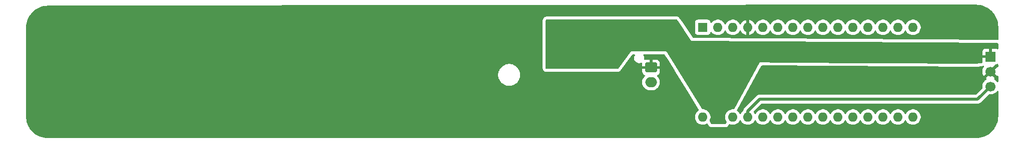
<source format=gbr>
%TF.GenerationSoftware,KiCad,Pcbnew,9.0.1*%
%TF.CreationDate,2025-05-15T18:12:51+02:00*%
%TF.ProjectId,Projet S6,50726f6a-6574-4205-9336-2e6b69636164,rev?*%
%TF.SameCoordinates,Original*%
%TF.FileFunction,Copper,L2,Bot*%
%TF.FilePolarity,Positive*%
%FSLAX46Y46*%
G04 Gerber Fmt 4.6, Leading zero omitted, Abs format (unit mm)*
G04 Created by KiCad (PCBNEW 9.0.1) date 2025-05-15 18:12:51*
%MOMM*%
%LPD*%
G01*
G04 APERTURE LIST*
G04 Aperture macros list*
%AMRoundRect*
0 Rectangle with rounded corners*
0 $1 Rounding radius*
0 $2 $3 $4 $5 $6 $7 $8 $9 X,Y pos of 4 corners*
0 Add a 4 corners polygon primitive as box body*
4,1,4,$2,$3,$4,$5,$6,$7,$8,$9,$2,$3,0*
0 Add four circle primitives for the rounded corners*
1,1,$1+$1,$2,$3*
1,1,$1+$1,$4,$5*
1,1,$1+$1,$6,$7*
1,1,$1+$1,$8,$9*
0 Add four rect primitives between the rounded corners*
20,1,$1+$1,$2,$3,$4,$5,0*
20,1,$1+$1,$4,$5,$6,$7,0*
20,1,$1+$1,$6,$7,$8,$9,0*
20,1,$1+$1,$8,$9,$2,$3,0*%
G04 Aperture macros list end*
%TA.AperFunction,ComponentPad*%
%ADD10R,1.600000X1.600000*%
%TD*%
%TA.AperFunction,ComponentPad*%
%ADD11O,1.600000X1.600000*%
%TD*%
%TA.AperFunction,ComponentPad*%
%ADD12RoundRect,0.250000X-0.750000X0.600000X-0.750000X-0.600000X0.750000X-0.600000X0.750000X0.600000X0*%
%TD*%
%TA.AperFunction,ComponentPad*%
%ADD13O,2.000000X1.700000*%
%TD*%
%TA.AperFunction,ComponentPad*%
%ADD14R,1.700000X1.700000*%
%TD*%
%TA.AperFunction,ComponentPad*%
%ADD15C,1.700000*%
%TD*%
%TA.AperFunction,ViaPad*%
%ADD16C,0.800000*%
%TD*%
%TA.AperFunction,Conductor*%
%ADD17C,0.500000*%
%TD*%
G04 APERTURE END LIST*
D10*
%TO.P,Nucleo2,1,PA9*%
%TO.N,LED 8*%
X193760000Y-59920000D03*
D11*
%TO.P,Nucleo2,2,PA10*%
%TO.N,LED 9*%
X196300000Y-59920000D03*
%TO.P,Nucleo2,3,NRST*%
%TO.N,unconnected-(Nucleo2-NRST-Pad3)*%
X198840000Y-59920000D03*
%TO.P,Nucleo2,4,GND*%
%TO.N,GND*%
X201380000Y-59920000D03*
%TO.P,Nucleo2,5,PA12*%
%TO.N,unconnected-(Nucleo2-PA12-Pad5)*%
X203920000Y-59920000D03*
%TO.P,Nucleo2,6,PB0*%
%TO.N,unconnected-(Nucleo2-PB0-Pad6)*%
X206460000Y-59920000D03*
%TO.P,Nucleo2,7,PB7*%
%TO.N,unconnected-(Nucleo2-PB7-Pad7)*%
X209000000Y-59920000D03*
%TO.P,Nucleo2,8,PA15*%
%TO.N,unconnected-(Nucleo2-PA15-Pad8)*%
X211540000Y-59920000D03*
%TO.P,Nucleo2,9,PB6*%
%TO.N,unconnected-(Nucleo2-PB6-Pad9)*%
X214080000Y-59920000D03*
%TO.P,Nucleo2,10,PF0*%
%TO.N,unconnected-(Nucleo2-PF0-Pad10)*%
X216620000Y-59920000D03*
%TO.P,Nucleo2,11,PF1*%
%TO.N,unconnected-(Nucleo2-PF1-Pad11)*%
X219160000Y-59920000D03*
%TO.P,Nucleo2,12,PA8*%
%TO.N,LED 10*%
X221700000Y-59920000D03*
%TO.P,Nucleo2,13,PA11*%
%TO.N,LED 11*%
X224240000Y-59920000D03*
%TO.P,Nucleo2,14,PB5*%
%TO.N,unconnected-(Nucleo2-PB5-Pad14)*%
X226780000Y-59920000D03*
%TO.P,Nucleo2,15,PB4*%
%TO.N,unconnected-(Nucleo2-PB4-Pad15)*%
X229320000Y-59920000D03*
%TO.P,Nucleo2,16,VIN*%
%TO.N,+7.5V*%
X229320000Y-75160000D03*
%TO.P,Nucleo2,17,GND*%
%TO.N,unconnected-(Nucleo2-GND-Pad17)*%
X226780000Y-75160000D03*
%TO.P,Nucleo2,18,NRST*%
%TO.N,unconnected-(Nucleo2-NRST-Pad18)*%
X224240000Y-75160000D03*
%TO.P,Nucleo2,19,+5V*%
%TO.N,unconnected-(Nucleo2-+5V-Pad19)*%
X221700000Y-75160000D03*
%TO.P,Nucleo2,20,PA2*%
%TO.N,LED 1*%
X219160000Y-75160000D03*
%TO.P,Nucleo2,21,PA7*%
%TO.N,LED 2*%
X216620000Y-75160000D03*
%TO.P,Nucleo2,22,PA6*%
%TO.N,LED 7*%
X214080000Y-75160000D03*
%TO.P,Nucleo2,23,PA5*%
%TO.N,LED 6*%
X211540000Y-75160000D03*
%TO.P,Nucleo2,24,PA4*%
%TO.N,LED 5*%
X209000000Y-75160000D03*
%TO.P,Nucleo2,25,PA3*%
%TO.N,LED 4*%
X206460000Y-75160000D03*
%TO.P,Nucleo2,26,PA1*%
%TO.N,LED 3*%
X203920000Y-75160000D03*
%TO.P,Nucleo2,27,PA0*%
%TO.N,hall senseor*%
X201380000Y-75160000D03*
%TO.P,Nucleo2,28,AVDD*%
%TO.N,unconnected-(Nucleo2-AVDD-Pad28)*%
X198840000Y-75160000D03*
%TO.P,Nucleo2,29,+3V3*%
%TO.N,3v3*%
X196300000Y-75160000D03*
%TO.P,Nucleo2,30,PB3*%
%TO.N,unconnected-(Nucleo2-PB3-Pad30)*%
X193760000Y-75160000D03*
%TD*%
D12*
%TO.P,J101,1,Pin_1*%
%TO.N,GND*%
X185000000Y-66750000D03*
D13*
%TO.P,J101,2,Pin_2*%
%TO.N,batt+*%
X185000000Y-69250000D03*
%TD*%
D14*
%TO.P,J1,1,Pin_1*%
%TO.N,3v3*%
X242420000Y-64890000D03*
D15*
%TO.P,J1,2,Pin_2*%
%TO.N,GND*%
X242420000Y-67430000D03*
%TO.P,J1,3,Pin_3*%
%TO.N,hall senseor*%
X242420000Y-69970000D03*
%TD*%
D16*
%TO.N,GND*%
X81000000Y-76600000D03*
X81400000Y-58600000D03*
X146200000Y-67000000D03*
%TO.N,3v3*%
X169600000Y-61600000D03*
X169000000Y-65800000D03*
%TD*%
D17*
%TO.N,hall senseor*%
X203800000Y-72120000D02*
X203380000Y-72120000D01*
X201380000Y-74120000D02*
X201380000Y-75160000D01*
X203380000Y-72120000D02*
X201380000Y-74120000D01*
X203800000Y-72120000D02*
X240270000Y-72120000D01*
X240270000Y-72120000D02*
X242420000Y-69970000D01*
%TD*%
%TA.AperFunction,Conductor*%
%TO.N,GND*%
G36*
X240003091Y-56079078D02*
G01*
X240361432Y-56096683D01*
X240373540Y-56097875D01*
X240725473Y-56150080D01*
X240737387Y-56152450D01*
X241082519Y-56238901D01*
X241094156Y-56242432D01*
X241206703Y-56282702D01*
X241429133Y-56362289D01*
X241440368Y-56366943D01*
X241761993Y-56519062D01*
X241772722Y-56524796D01*
X241795608Y-56538514D01*
X242077873Y-56707697D01*
X242087991Y-56714458D01*
X242373754Y-56926396D01*
X242383160Y-56934115D01*
X242646777Y-57173044D01*
X242655380Y-57181647D01*
X242803080Y-57344611D01*
X242894300Y-57445257D01*
X242902020Y-57454664D01*
X243113950Y-57740422D01*
X243120711Y-57750540D01*
X243303617Y-58055703D01*
X243309353Y-58066435D01*
X243461462Y-58388045D01*
X243466119Y-58399287D01*
X243493644Y-58476215D01*
X243582301Y-58724000D01*
X243585977Y-58734272D01*
X243589509Y-58745918D01*
X243675951Y-59091027D01*
X243678325Y-59102961D01*
X243730526Y-59454882D01*
X243731719Y-59466992D01*
X243749323Y-59825371D01*
X243749472Y-59831455D01*
X243749475Y-61964591D01*
X243729791Y-62031630D01*
X243676987Y-62077385D01*
X243624532Y-62088587D01*
X192137658Y-61697053D01*
X192070770Y-61676860D01*
X192035428Y-61641841D01*
X190322291Y-59072135D01*
X192459500Y-59072135D01*
X192459500Y-60767870D01*
X192459501Y-60767876D01*
X192465908Y-60827483D01*
X192516202Y-60962328D01*
X192516206Y-60962335D01*
X192602452Y-61077544D01*
X192602455Y-61077547D01*
X192717664Y-61163793D01*
X192717671Y-61163797D01*
X192852517Y-61214091D01*
X192852516Y-61214091D01*
X192859444Y-61214835D01*
X192912127Y-61220500D01*
X194607872Y-61220499D01*
X194667483Y-61214091D01*
X194802331Y-61163796D01*
X194917546Y-61077546D01*
X195003796Y-60962331D01*
X195054091Y-60827483D01*
X195058061Y-60790556D01*
X195084796Y-60726011D01*
X195142188Y-60686161D01*
X195212013Y-60683666D01*
X195272102Y-60719317D01*
X195281667Y-60730929D01*
X195308032Y-60767217D01*
X195452786Y-60911971D01*
X195607749Y-61024556D01*
X195618390Y-61032287D01*
X195707212Y-61077544D01*
X195800776Y-61125218D01*
X195800778Y-61125218D01*
X195800781Y-61125220D01*
X195905137Y-61159127D01*
X195995465Y-61188477D01*
X196096557Y-61204488D01*
X196197648Y-61220500D01*
X196197649Y-61220500D01*
X196402351Y-61220500D01*
X196402352Y-61220500D01*
X196604534Y-61188477D01*
X196799219Y-61125220D01*
X196981610Y-61032287D01*
X197077901Y-60962328D01*
X197147213Y-60911971D01*
X197147215Y-60911968D01*
X197147219Y-60911966D01*
X197291966Y-60767219D01*
X197291968Y-60767215D01*
X197291971Y-60767213D01*
X197412284Y-60601614D01*
X197412286Y-60601611D01*
X197412287Y-60601610D01*
X197459516Y-60508917D01*
X197507489Y-60458123D01*
X197575310Y-60441328D01*
X197641445Y-60463865D01*
X197680485Y-60508919D01*
X197727715Y-60601614D01*
X197848028Y-60767213D01*
X197992786Y-60911971D01*
X198147749Y-61024556D01*
X198158390Y-61032287D01*
X198247212Y-61077544D01*
X198340776Y-61125218D01*
X198340778Y-61125218D01*
X198340781Y-61125220D01*
X198445137Y-61159127D01*
X198535465Y-61188477D01*
X198636557Y-61204488D01*
X198737648Y-61220500D01*
X198737649Y-61220500D01*
X198942351Y-61220500D01*
X198942352Y-61220500D01*
X199144534Y-61188477D01*
X199339219Y-61125220D01*
X199521610Y-61032287D01*
X199617901Y-60962328D01*
X199687213Y-60911971D01*
X199687215Y-60911968D01*
X199687219Y-60911966D01*
X199831966Y-60767219D01*
X199831968Y-60767215D01*
X199831971Y-60767213D01*
X199952284Y-60601614D01*
X199952286Y-60601611D01*
X199952287Y-60601610D01*
X199999795Y-60508369D01*
X200047770Y-60457574D01*
X200115591Y-60440779D01*
X200181725Y-60463316D01*
X200220765Y-60508370D01*
X200268140Y-60601349D01*
X200388417Y-60766894D01*
X200388417Y-60766895D01*
X200533104Y-60911582D01*
X200698650Y-61031859D01*
X200880968Y-61124754D01*
X201075578Y-61187988D01*
X201130000Y-61196607D01*
X201130000Y-60353012D01*
X201187007Y-60385925D01*
X201314174Y-60420000D01*
X201445826Y-60420000D01*
X201572993Y-60385925D01*
X201630000Y-60353012D01*
X201630000Y-61196606D01*
X201684421Y-61187988D01*
X201879031Y-61124754D01*
X202061349Y-61031859D01*
X202226894Y-60911582D01*
X202226895Y-60911582D01*
X202371582Y-60766895D01*
X202371582Y-60766894D01*
X202491861Y-60601347D01*
X202539234Y-60508371D01*
X202587208Y-60457575D01*
X202655028Y-60440779D01*
X202721164Y-60463316D01*
X202760203Y-60508369D01*
X202807713Y-60601611D01*
X202928028Y-60767213D01*
X203072786Y-60911971D01*
X203227749Y-61024556D01*
X203238390Y-61032287D01*
X203327212Y-61077544D01*
X203420776Y-61125218D01*
X203420778Y-61125218D01*
X203420781Y-61125220D01*
X203525137Y-61159127D01*
X203615465Y-61188477D01*
X203716557Y-61204488D01*
X203817648Y-61220500D01*
X203817649Y-61220500D01*
X204022351Y-61220500D01*
X204022352Y-61220500D01*
X204224534Y-61188477D01*
X204419219Y-61125220D01*
X204601610Y-61032287D01*
X204697901Y-60962328D01*
X204767213Y-60911971D01*
X204767215Y-60911968D01*
X204767219Y-60911966D01*
X204911966Y-60767219D01*
X204911968Y-60767215D01*
X204911971Y-60767213D01*
X205032284Y-60601614D01*
X205032286Y-60601611D01*
X205032287Y-60601610D01*
X205079516Y-60508917D01*
X205127489Y-60458123D01*
X205195310Y-60441328D01*
X205261445Y-60463865D01*
X205300485Y-60508919D01*
X205347715Y-60601614D01*
X205468028Y-60767213D01*
X205612786Y-60911971D01*
X205767749Y-61024556D01*
X205778390Y-61032287D01*
X205867212Y-61077544D01*
X205960776Y-61125218D01*
X205960778Y-61125218D01*
X205960781Y-61125220D01*
X206065137Y-61159127D01*
X206155465Y-61188477D01*
X206256557Y-61204488D01*
X206357648Y-61220500D01*
X206357649Y-61220500D01*
X206562351Y-61220500D01*
X206562352Y-61220500D01*
X206764534Y-61188477D01*
X206959219Y-61125220D01*
X207141610Y-61032287D01*
X207237901Y-60962328D01*
X207307213Y-60911971D01*
X207307215Y-60911968D01*
X207307219Y-60911966D01*
X207451966Y-60767219D01*
X207451968Y-60767215D01*
X207451971Y-60767213D01*
X207572284Y-60601614D01*
X207572286Y-60601611D01*
X207572287Y-60601610D01*
X207619516Y-60508917D01*
X207667489Y-60458123D01*
X207735310Y-60441328D01*
X207801445Y-60463865D01*
X207840485Y-60508919D01*
X207887715Y-60601614D01*
X208008028Y-60767213D01*
X208152786Y-60911971D01*
X208307749Y-61024556D01*
X208318390Y-61032287D01*
X208407212Y-61077544D01*
X208500776Y-61125218D01*
X208500778Y-61125218D01*
X208500781Y-61125220D01*
X208605137Y-61159127D01*
X208695465Y-61188477D01*
X208796557Y-61204488D01*
X208897648Y-61220500D01*
X208897649Y-61220500D01*
X209102351Y-61220500D01*
X209102352Y-61220500D01*
X209304534Y-61188477D01*
X209499219Y-61125220D01*
X209681610Y-61032287D01*
X209777901Y-60962328D01*
X209847213Y-60911971D01*
X209847215Y-60911968D01*
X209847219Y-60911966D01*
X209991966Y-60767219D01*
X209991968Y-60767215D01*
X209991971Y-60767213D01*
X210112284Y-60601614D01*
X210112286Y-60601611D01*
X210112287Y-60601610D01*
X210159516Y-60508917D01*
X210207489Y-60458123D01*
X210275310Y-60441328D01*
X210341445Y-60463865D01*
X210380485Y-60508919D01*
X210427715Y-60601614D01*
X210548028Y-60767213D01*
X210692786Y-60911971D01*
X210847749Y-61024556D01*
X210858390Y-61032287D01*
X210947212Y-61077544D01*
X211040776Y-61125218D01*
X211040778Y-61125218D01*
X211040781Y-61125220D01*
X211145137Y-61159127D01*
X211235465Y-61188477D01*
X211336557Y-61204488D01*
X211437648Y-61220500D01*
X211437649Y-61220500D01*
X211642351Y-61220500D01*
X211642352Y-61220500D01*
X211844534Y-61188477D01*
X212039219Y-61125220D01*
X212221610Y-61032287D01*
X212317901Y-60962328D01*
X212387213Y-60911971D01*
X212387215Y-60911968D01*
X212387219Y-60911966D01*
X212531966Y-60767219D01*
X212531968Y-60767215D01*
X212531971Y-60767213D01*
X212652284Y-60601614D01*
X212652286Y-60601611D01*
X212652287Y-60601610D01*
X212699516Y-60508917D01*
X212747489Y-60458123D01*
X212815310Y-60441328D01*
X212881445Y-60463865D01*
X212920485Y-60508919D01*
X212967715Y-60601614D01*
X213088028Y-60767213D01*
X213232786Y-60911971D01*
X213387749Y-61024556D01*
X213398390Y-61032287D01*
X213487212Y-61077544D01*
X213580776Y-61125218D01*
X213580778Y-61125218D01*
X213580781Y-61125220D01*
X213685137Y-61159127D01*
X213775465Y-61188477D01*
X213876557Y-61204488D01*
X213977648Y-61220500D01*
X213977649Y-61220500D01*
X214182351Y-61220500D01*
X214182352Y-61220500D01*
X214384534Y-61188477D01*
X214579219Y-61125220D01*
X214761610Y-61032287D01*
X214857901Y-60962328D01*
X214927213Y-60911971D01*
X214927215Y-60911968D01*
X214927219Y-60911966D01*
X215071966Y-60767219D01*
X215071968Y-60767215D01*
X215071971Y-60767213D01*
X215192284Y-60601614D01*
X215192286Y-60601611D01*
X215192287Y-60601610D01*
X215239516Y-60508917D01*
X215287489Y-60458123D01*
X215355310Y-60441328D01*
X215421445Y-60463865D01*
X215460485Y-60508919D01*
X215507715Y-60601614D01*
X215628028Y-60767213D01*
X215772786Y-60911971D01*
X215927749Y-61024556D01*
X215938390Y-61032287D01*
X216027212Y-61077544D01*
X216120776Y-61125218D01*
X216120778Y-61125218D01*
X216120781Y-61125220D01*
X216225137Y-61159127D01*
X216315465Y-61188477D01*
X216416557Y-61204488D01*
X216517648Y-61220500D01*
X216517649Y-61220500D01*
X216722351Y-61220500D01*
X216722352Y-61220500D01*
X216924534Y-61188477D01*
X217119219Y-61125220D01*
X217301610Y-61032287D01*
X217397901Y-60962328D01*
X217467213Y-60911971D01*
X217467215Y-60911968D01*
X217467219Y-60911966D01*
X217611966Y-60767219D01*
X217611968Y-60767215D01*
X217611971Y-60767213D01*
X217732284Y-60601614D01*
X217732286Y-60601611D01*
X217732287Y-60601610D01*
X217779516Y-60508917D01*
X217827489Y-60458123D01*
X217895310Y-60441328D01*
X217961445Y-60463865D01*
X218000485Y-60508919D01*
X218047715Y-60601614D01*
X218168028Y-60767213D01*
X218312786Y-60911971D01*
X218467749Y-61024556D01*
X218478390Y-61032287D01*
X218567212Y-61077544D01*
X218660776Y-61125218D01*
X218660778Y-61125218D01*
X218660781Y-61125220D01*
X218765137Y-61159127D01*
X218855465Y-61188477D01*
X218956557Y-61204488D01*
X219057648Y-61220500D01*
X219057649Y-61220500D01*
X219262351Y-61220500D01*
X219262352Y-61220500D01*
X219464534Y-61188477D01*
X219659219Y-61125220D01*
X219841610Y-61032287D01*
X219937901Y-60962328D01*
X220007213Y-60911971D01*
X220007215Y-60911968D01*
X220007219Y-60911966D01*
X220151966Y-60767219D01*
X220151968Y-60767215D01*
X220151971Y-60767213D01*
X220272284Y-60601614D01*
X220272286Y-60601611D01*
X220272287Y-60601610D01*
X220319516Y-60508917D01*
X220367489Y-60458123D01*
X220435310Y-60441328D01*
X220501445Y-60463865D01*
X220540485Y-60508919D01*
X220587715Y-60601614D01*
X220708028Y-60767213D01*
X220852786Y-60911971D01*
X221007749Y-61024556D01*
X221018390Y-61032287D01*
X221107212Y-61077544D01*
X221200776Y-61125218D01*
X221200778Y-61125218D01*
X221200781Y-61125220D01*
X221305137Y-61159127D01*
X221395465Y-61188477D01*
X221496557Y-61204488D01*
X221597648Y-61220500D01*
X221597649Y-61220500D01*
X221802351Y-61220500D01*
X221802352Y-61220500D01*
X222004534Y-61188477D01*
X222199219Y-61125220D01*
X222381610Y-61032287D01*
X222477901Y-60962328D01*
X222547213Y-60911971D01*
X222547215Y-60911968D01*
X222547219Y-60911966D01*
X222691966Y-60767219D01*
X222691968Y-60767215D01*
X222691971Y-60767213D01*
X222812284Y-60601614D01*
X222812286Y-60601611D01*
X222812287Y-60601610D01*
X222859516Y-60508917D01*
X222907489Y-60458123D01*
X222975310Y-60441328D01*
X223041445Y-60463865D01*
X223080485Y-60508919D01*
X223127715Y-60601614D01*
X223248028Y-60767213D01*
X223392786Y-60911971D01*
X223547749Y-61024556D01*
X223558390Y-61032287D01*
X223647212Y-61077544D01*
X223740776Y-61125218D01*
X223740778Y-61125218D01*
X223740781Y-61125220D01*
X223845137Y-61159127D01*
X223935465Y-61188477D01*
X224036557Y-61204488D01*
X224137648Y-61220500D01*
X224137649Y-61220500D01*
X224342351Y-61220500D01*
X224342352Y-61220500D01*
X224544534Y-61188477D01*
X224739219Y-61125220D01*
X224921610Y-61032287D01*
X225017901Y-60962328D01*
X225087213Y-60911971D01*
X225087215Y-60911968D01*
X225087219Y-60911966D01*
X225231966Y-60767219D01*
X225231968Y-60767215D01*
X225231971Y-60767213D01*
X225352284Y-60601614D01*
X225352286Y-60601611D01*
X225352287Y-60601610D01*
X225399516Y-60508917D01*
X225447489Y-60458123D01*
X225515310Y-60441328D01*
X225581445Y-60463865D01*
X225620485Y-60508919D01*
X225667715Y-60601614D01*
X225788028Y-60767213D01*
X225932786Y-60911971D01*
X226087749Y-61024556D01*
X226098390Y-61032287D01*
X226187212Y-61077544D01*
X226280776Y-61125218D01*
X226280778Y-61125218D01*
X226280781Y-61125220D01*
X226385137Y-61159127D01*
X226475465Y-61188477D01*
X226576557Y-61204488D01*
X226677648Y-61220500D01*
X226677649Y-61220500D01*
X226882351Y-61220500D01*
X226882352Y-61220500D01*
X227084534Y-61188477D01*
X227279219Y-61125220D01*
X227461610Y-61032287D01*
X227557901Y-60962328D01*
X227627213Y-60911971D01*
X227627215Y-60911968D01*
X227627219Y-60911966D01*
X227771966Y-60767219D01*
X227771968Y-60767215D01*
X227771971Y-60767213D01*
X227892284Y-60601614D01*
X227892286Y-60601611D01*
X227892287Y-60601610D01*
X227939516Y-60508917D01*
X227987489Y-60458123D01*
X228055310Y-60441328D01*
X228121445Y-60463865D01*
X228160485Y-60508919D01*
X228207715Y-60601614D01*
X228328028Y-60767213D01*
X228472786Y-60911971D01*
X228627749Y-61024556D01*
X228638390Y-61032287D01*
X228727212Y-61077544D01*
X228820776Y-61125218D01*
X228820778Y-61125218D01*
X228820781Y-61125220D01*
X228925137Y-61159127D01*
X229015465Y-61188477D01*
X229116557Y-61204488D01*
X229217648Y-61220500D01*
X229217649Y-61220500D01*
X229422351Y-61220500D01*
X229422352Y-61220500D01*
X229624534Y-61188477D01*
X229819219Y-61125220D01*
X230001610Y-61032287D01*
X230097901Y-60962328D01*
X230167213Y-60911971D01*
X230167215Y-60911968D01*
X230167219Y-60911966D01*
X230311966Y-60767219D01*
X230311968Y-60767215D01*
X230311971Y-60767213D01*
X230372670Y-60683666D01*
X230432287Y-60601610D01*
X230525220Y-60419219D01*
X230588477Y-60224534D01*
X230620500Y-60022352D01*
X230620500Y-59817648D01*
X230588477Y-59615466D01*
X230587673Y-59612993D01*
X230525218Y-59420776D01*
X230447633Y-59268509D01*
X230432287Y-59238390D01*
X230424556Y-59227749D01*
X230311971Y-59072786D01*
X230167213Y-58928028D01*
X230001613Y-58807715D01*
X230001612Y-58807714D01*
X230001610Y-58807713D01*
X229944653Y-58778691D01*
X229819223Y-58714781D01*
X229624534Y-58651522D01*
X229449995Y-58623878D01*
X229422352Y-58619500D01*
X229217648Y-58619500D01*
X229193329Y-58623351D01*
X229015465Y-58651522D01*
X228820776Y-58714781D01*
X228638386Y-58807715D01*
X228472786Y-58928028D01*
X228328028Y-59072786D01*
X228207715Y-59238386D01*
X228160485Y-59331080D01*
X228112510Y-59381876D01*
X228044689Y-59398671D01*
X227978554Y-59376134D01*
X227939515Y-59331080D01*
X227907633Y-59268509D01*
X227892287Y-59238390D01*
X227884556Y-59227749D01*
X227771971Y-59072786D01*
X227627213Y-58928028D01*
X227461613Y-58807715D01*
X227461612Y-58807714D01*
X227461610Y-58807713D01*
X227404653Y-58778691D01*
X227279223Y-58714781D01*
X227084534Y-58651522D01*
X226909995Y-58623878D01*
X226882352Y-58619500D01*
X226677648Y-58619500D01*
X226653329Y-58623351D01*
X226475465Y-58651522D01*
X226280776Y-58714781D01*
X226098386Y-58807715D01*
X225932786Y-58928028D01*
X225788028Y-59072786D01*
X225667715Y-59238386D01*
X225620485Y-59331080D01*
X225572510Y-59381876D01*
X225504689Y-59398671D01*
X225438554Y-59376134D01*
X225399515Y-59331080D01*
X225367633Y-59268509D01*
X225352287Y-59238390D01*
X225344556Y-59227749D01*
X225231971Y-59072786D01*
X225087213Y-58928028D01*
X224921613Y-58807715D01*
X224921612Y-58807714D01*
X224921610Y-58807713D01*
X224864653Y-58778691D01*
X224739223Y-58714781D01*
X224544534Y-58651522D01*
X224369995Y-58623878D01*
X224342352Y-58619500D01*
X224137648Y-58619500D01*
X224113329Y-58623351D01*
X223935465Y-58651522D01*
X223740776Y-58714781D01*
X223558386Y-58807715D01*
X223392786Y-58928028D01*
X223248028Y-59072786D01*
X223127715Y-59238386D01*
X223080485Y-59331080D01*
X223032510Y-59381876D01*
X222964689Y-59398671D01*
X222898554Y-59376134D01*
X222859515Y-59331080D01*
X222827633Y-59268509D01*
X222812287Y-59238390D01*
X222804556Y-59227749D01*
X222691971Y-59072786D01*
X222547213Y-58928028D01*
X222381613Y-58807715D01*
X222381612Y-58807714D01*
X222381610Y-58807713D01*
X222324653Y-58778691D01*
X222199223Y-58714781D01*
X222004534Y-58651522D01*
X221829995Y-58623878D01*
X221802352Y-58619500D01*
X221597648Y-58619500D01*
X221573329Y-58623351D01*
X221395465Y-58651522D01*
X221200776Y-58714781D01*
X221018386Y-58807715D01*
X220852786Y-58928028D01*
X220708028Y-59072786D01*
X220587715Y-59238386D01*
X220540485Y-59331080D01*
X220492510Y-59381876D01*
X220424689Y-59398671D01*
X220358554Y-59376134D01*
X220319515Y-59331080D01*
X220287633Y-59268509D01*
X220272287Y-59238390D01*
X220264556Y-59227749D01*
X220151971Y-59072786D01*
X220007213Y-58928028D01*
X219841613Y-58807715D01*
X219841612Y-58807714D01*
X219841610Y-58807713D01*
X219784653Y-58778691D01*
X219659223Y-58714781D01*
X219464534Y-58651522D01*
X219289995Y-58623878D01*
X219262352Y-58619500D01*
X219057648Y-58619500D01*
X219033329Y-58623351D01*
X218855465Y-58651522D01*
X218660776Y-58714781D01*
X218478386Y-58807715D01*
X218312786Y-58928028D01*
X218168028Y-59072786D01*
X218047715Y-59238386D01*
X218000485Y-59331080D01*
X217952510Y-59381876D01*
X217884689Y-59398671D01*
X217818554Y-59376134D01*
X217779515Y-59331080D01*
X217747633Y-59268509D01*
X217732287Y-59238390D01*
X217724556Y-59227749D01*
X217611971Y-59072786D01*
X217467213Y-58928028D01*
X217301613Y-58807715D01*
X217301612Y-58807714D01*
X217301610Y-58807713D01*
X217244653Y-58778691D01*
X217119223Y-58714781D01*
X216924534Y-58651522D01*
X216749995Y-58623878D01*
X216722352Y-58619500D01*
X216517648Y-58619500D01*
X216493329Y-58623351D01*
X216315465Y-58651522D01*
X216120776Y-58714781D01*
X215938386Y-58807715D01*
X215772786Y-58928028D01*
X215628028Y-59072786D01*
X215507715Y-59238386D01*
X215460485Y-59331080D01*
X215412510Y-59381876D01*
X215344689Y-59398671D01*
X215278554Y-59376134D01*
X215239515Y-59331080D01*
X215207633Y-59268509D01*
X215192287Y-59238390D01*
X215184556Y-59227749D01*
X215071971Y-59072786D01*
X214927213Y-58928028D01*
X214761613Y-58807715D01*
X214761612Y-58807714D01*
X214761610Y-58807713D01*
X214704653Y-58778691D01*
X214579223Y-58714781D01*
X214384534Y-58651522D01*
X214209995Y-58623878D01*
X214182352Y-58619500D01*
X213977648Y-58619500D01*
X213953329Y-58623351D01*
X213775465Y-58651522D01*
X213580776Y-58714781D01*
X213398386Y-58807715D01*
X213232786Y-58928028D01*
X213088028Y-59072786D01*
X212967715Y-59238386D01*
X212920485Y-59331080D01*
X212872510Y-59381876D01*
X212804689Y-59398671D01*
X212738554Y-59376134D01*
X212699515Y-59331080D01*
X212667633Y-59268509D01*
X212652287Y-59238390D01*
X212644556Y-59227749D01*
X212531971Y-59072786D01*
X212387213Y-58928028D01*
X212221613Y-58807715D01*
X212221612Y-58807714D01*
X212221610Y-58807713D01*
X212164653Y-58778691D01*
X212039223Y-58714781D01*
X211844534Y-58651522D01*
X211669995Y-58623878D01*
X211642352Y-58619500D01*
X211437648Y-58619500D01*
X211413329Y-58623351D01*
X211235465Y-58651522D01*
X211040776Y-58714781D01*
X210858386Y-58807715D01*
X210692786Y-58928028D01*
X210548028Y-59072786D01*
X210427715Y-59238386D01*
X210380485Y-59331080D01*
X210332510Y-59381876D01*
X210264689Y-59398671D01*
X210198554Y-59376134D01*
X210159515Y-59331080D01*
X210127633Y-59268509D01*
X210112287Y-59238390D01*
X210104556Y-59227749D01*
X209991971Y-59072786D01*
X209847213Y-58928028D01*
X209681613Y-58807715D01*
X209681612Y-58807714D01*
X209681610Y-58807713D01*
X209624653Y-58778691D01*
X209499223Y-58714781D01*
X209304534Y-58651522D01*
X209129995Y-58623878D01*
X209102352Y-58619500D01*
X208897648Y-58619500D01*
X208873329Y-58623351D01*
X208695465Y-58651522D01*
X208500776Y-58714781D01*
X208318386Y-58807715D01*
X208152786Y-58928028D01*
X208008028Y-59072786D01*
X207887715Y-59238386D01*
X207840485Y-59331080D01*
X207792510Y-59381876D01*
X207724689Y-59398671D01*
X207658554Y-59376134D01*
X207619515Y-59331080D01*
X207587633Y-59268509D01*
X207572287Y-59238390D01*
X207564556Y-59227749D01*
X207451971Y-59072786D01*
X207307213Y-58928028D01*
X207141613Y-58807715D01*
X207141612Y-58807714D01*
X207141610Y-58807713D01*
X207084653Y-58778691D01*
X206959223Y-58714781D01*
X206764534Y-58651522D01*
X206589995Y-58623878D01*
X206562352Y-58619500D01*
X206357648Y-58619500D01*
X206333329Y-58623351D01*
X206155465Y-58651522D01*
X205960776Y-58714781D01*
X205778386Y-58807715D01*
X205612786Y-58928028D01*
X205468028Y-59072786D01*
X205347715Y-59238386D01*
X205300485Y-59331080D01*
X205252510Y-59381876D01*
X205184689Y-59398671D01*
X205118554Y-59376134D01*
X205079515Y-59331080D01*
X205047633Y-59268509D01*
X205032287Y-59238390D01*
X205024556Y-59227749D01*
X204911971Y-59072786D01*
X204767213Y-58928028D01*
X204601613Y-58807715D01*
X204601612Y-58807714D01*
X204601610Y-58807713D01*
X204544653Y-58778691D01*
X204419223Y-58714781D01*
X204224534Y-58651522D01*
X204049995Y-58623878D01*
X204022352Y-58619500D01*
X203817648Y-58619500D01*
X203793329Y-58623351D01*
X203615465Y-58651522D01*
X203420776Y-58714781D01*
X203238386Y-58807715D01*
X203072786Y-58928028D01*
X202928028Y-59072786D01*
X202807713Y-59238388D01*
X202760203Y-59331630D01*
X202712228Y-59382426D01*
X202644407Y-59399220D01*
X202578272Y-59376682D01*
X202539234Y-59331628D01*
X202491861Y-59238652D01*
X202371582Y-59073105D01*
X202371582Y-59073104D01*
X202226895Y-58928417D01*
X202061349Y-58808140D01*
X201879029Y-58715244D01*
X201684413Y-58652009D01*
X201630000Y-58643390D01*
X201630000Y-59486988D01*
X201572993Y-59454075D01*
X201445826Y-59420000D01*
X201314174Y-59420000D01*
X201187007Y-59454075D01*
X201130000Y-59486988D01*
X201130000Y-58643390D01*
X201075586Y-58652009D01*
X200880970Y-58715244D01*
X200698650Y-58808140D01*
X200533105Y-58928417D01*
X200533104Y-58928417D01*
X200388417Y-59073104D01*
X200388417Y-59073105D01*
X200268140Y-59238650D01*
X200220765Y-59331629D01*
X200172790Y-59382425D01*
X200104969Y-59399220D01*
X200038834Y-59376682D01*
X199999795Y-59331629D01*
X199967633Y-59268509D01*
X199952287Y-59238390D01*
X199944556Y-59227749D01*
X199831971Y-59072786D01*
X199687213Y-58928028D01*
X199521613Y-58807715D01*
X199521612Y-58807714D01*
X199521610Y-58807713D01*
X199464653Y-58778691D01*
X199339223Y-58714781D01*
X199144534Y-58651522D01*
X198969995Y-58623878D01*
X198942352Y-58619500D01*
X198737648Y-58619500D01*
X198713329Y-58623351D01*
X198535465Y-58651522D01*
X198340776Y-58714781D01*
X198158386Y-58807715D01*
X197992786Y-58928028D01*
X197848028Y-59072786D01*
X197727715Y-59238386D01*
X197680485Y-59331080D01*
X197632510Y-59381876D01*
X197564689Y-59398671D01*
X197498554Y-59376134D01*
X197459515Y-59331080D01*
X197427633Y-59268509D01*
X197412287Y-59238390D01*
X197404556Y-59227749D01*
X197291971Y-59072786D01*
X197147213Y-58928028D01*
X196981613Y-58807715D01*
X196981612Y-58807714D01*
X196981610Y-58807713D01*
X196924653Y-58778691D01*
X196799223Y-58714781D01*
X196604534Y-58651522D01*
X196429995Y-58623878D01*
X196402352Y-58619500D01*
X196197648Y-58619500D01*
X196173329Y-58623351D01*
X195995465Y-58651522D01*
X195800776Y-58714781D01*
X195618386Y-58807715D01*
X195452786Y-58928028D01*
X195308032Y-59072782D01*
X195281668Y-59109070D01*
X195226338Y-59151735D01*
X195156724Y-59157714D01*
X195094929Y-59125108D01*
X195060572Y-59064269D01*
X195058060Y-59049438D01*
X195057640Y-59045533D01*
X195054091Y-59012517D01*
X195003796Y-58877669D01*
X195003795Y-58877668D01*
X195003793Y-58877664D01*
X194917547Y-58762455D01*
X194917544Y-58762452D01*
X194802335Y-58676206D01*
X194802328Y-58676202D01*
X194667482Y-58625908D01*
X194667483Y-58625908D01*
X194607883Y-58619501D01*
X194607881Y-58619500D01*
X194607873Y-58619500D01*
X194607864Y-58619500D01*
X192912129Y-58619500D01*
X192912123Y-58619501D01*
X192852516Y-58625908D01*
X192717671Y-58676202D01*
X192717664Y-58676206D01*
X192602455Y-58762452D01*
X192602452Y-58762455D01*
X192516206Y-58877664D01*
X192516202Y-58877671D01*
X192465908Y-59012517D01*
X192459501Y-59072116D01*
X192459500Y-59072135D01*
X190322291Y-59072135D01*
X189857412Y-58374816D01*
X189791233Y-58294780D01*
X189791221Y-58294768D01*
X189755104Y-58259253D01*
X189755098Y-58259248D01*
X189673973Y-58194433D01*
X189673971Y-58194432D01*
X189543099Y-58134663D01*
X189476054Y-58114976D01*
X189413984Y-58106052D01*
X189333637Y-58094500D01*
X167324000Y-58094500D01*
X167323991Y-58094500D01*
X167323990Y-58094501D01*
X167216549Y-58106052D01*
X167216537Y-58106054D01*
X167165027Y-58117260D01*
X167062502Y-58151383D01*
X167062496Y-58151386D01*
X166941462Y-58229171D01*
X166941451Y-58229179D01*
X166888659Y-58274923D01*
X166794433Y-58383664D01*
X166794430Y-58383668D01*
X166734664Y-58514534D01*
X166714976Y-58581582D01*
X166709524Y-58619501D01*
X166694500Y-58724000D01*
X166694500Y-64134500D01*
X166694500Y-66876000D01*
X166694501Y-66876009D01*
X166706052Y-66983450D01*
X166706054Y-66983462D01*
X166717260Y-67034972D01*
X166751383Y-67137497D01*
X166751386Y-67137503D01*
X166829171Y-67258537D01*
X166829179Y-67258548D01*
X166874923Y-67311340D01*
X166874926Y-67311343D01*
X166874930Y-67311347D01*
X166983664Y-67405567D01*
X167114541Y-67465338D01*
X167181580Y-67485023D01*
X167181584Y-67485024D01*
X167324000Y-67505500D01*
X167324003Y-67505500D01*
X179337161Y-67505500D01*
X179337165Y-67505500D01*
X179429370Y-67497020D01*
X179473846Y-67488769D01*
X179562952Y-67463614D01*
X179688547Y-67393419D01*
X179744065Y-67350999D01*
X179844797Y-67248263D01*
X181818997Y-64556170D01*
X181874515Y-64513751D01*
X181918991Y-64505500D01*
X182175766Y-64505500D01*
X182242805Y-64525185D01*
X182288560Y-64577989D01*
X182298504Y-64647147D01*
X182278869Y-64698390D01*
X182246295Y-64747140D01*
X182182184Y-64901917D01*
X182182182Y-64901925D01*
X182149500Y-65066228D01*
X182149500Y-65233771D01*
X182182182Y-65398074D01*
X182182184Y-65398082D01*
X182246295Y-65552860D01*
X182339373Y-65692162D01*
X182457837Y-65810626D01*
X182550494Y-65872537D01*
X182597137Y-65903703D01*
X182751918Y-65967816D01*
X182916228Y-66000499D01*
X182916232Y-66000500D01*
X182916233Y-66000500D01*
X183083768Y-66000500D01*
X183083769Y-66000499D01*
X183248082Y-65967816D01*
X183333313Y-65932511D01*
X183402778Y-65925043D01*
X183465258Y-65956317D01*
X183500911Y-66016406D01*
X183504121Y-66059674D01*
X183500000Y-66100008D01*
X183500000Y-66500000D01*
X184566988Y-66500000D01*
X184534075Y-66557007D01*
X184500000Y-66684174D01*
X184500000Y-66815826D01*
X184534075Y-66942993D01*
X184566988Y-67000000D01*
X183500001Y-67000000D01*
X183500001Y-67399979D01*
X183510494Y-67502697D01*
X183565641Y-67669119D01*
X183565643Y-67669124D01*
X183657684Y-67818345D01*
X183781654Y-67942315D01*
X183936484Y-68037815D01*
X183983208Y-68089763D01*
X183994431Y-68158726D01*
X183966587Y-68222808D01*
X183959069Y-68231035D01*
X183819889Y-68370215D01*
X183694951Y-68542179D01*
X183598444Y-68731585D01*
X183532753Y-68933760D01*
X183503154Y-69120643D01*
X183499500Y-69143713D01*
X183499500Y-69356287D01*
X183532754Y-69566243D01*
X183564265Y-69663224D01*
X183598444Y-69768414D01*
X183694951Y-69957820D01*
X183819890Y-70129786D01*
X183970213Y-70280109D01*
X184142179Y-70405048D01*
X184142181Y-70405049D01*
X184142184Y-70405051D01*
X184331588Y-70501557D01*
X184533757Y-70567246D01*
X184743713Y-70600500D01*
X184743714Y-70600500D01*
X185256286Y-70600500D01*
X185256287Y-70600500D01*
X185466243Y-70567246D01*
X185668412Y-70501557D01*
X185857816Y-70405051D01*
X185879789Y-70389086D01*
X186029786Y-70280109D01*
X186029788Y-70280106D01*
X186029792Y-70280104D01*
X186180104Y-70129792D01*
X186180106Y-70129788D01*
X186180109Y-70129786D01*
X186305048Y-69957820D01*
X186305047Y-69957820D01*
X186305051Y-69957816D01*
X186401557Y-69768412D01*
X186467246Y-69566243D01*
X186500500Y-69356287D01*
X186500500Y-69143713D01*
X186467246Y-68933757D01*
X186401557Y-68731588D01*
X186305051Y-68542184D01*
X186305049Y-68542181D01*
X186305048Y-68542179D01*
X186180109Y-68370213D01*
X186040931Y-68231035D01*
X186007446Y-68169712D01*
X186012430Y-68100020D01*
X186054302Y-68044087D01*
X186063516Y-68037815D01*
X186218343Y-67942317D01*
X186342315Y-67818345D01*
X186434356Y-67669124D01*
X186434358Y-67669119D01*
X186489505Y-67502697D01*
X186489506Y-67502690D01*
X186500000Y-67399979D01*
X186500000Y-67000000D01*
X185433012Y-67000000D01*
X185465925Y-66942993D01*
X185500000Y-66815826D01*
X185500000Y-66684174D01*
X185465925Y-66557007D01*
X185433012Y-66500000D01*
X186499999Y-66500000D01*
X186499999Y-66100028D01*
X186499998Y-66100013D01*
X186489505Y-65997302D01*
X186434358Y-65830880D01*
X186434356Y-65830875D01*
X186342315Y-65681654D01*
X186218345Y-65557684D01*
X186069124Y-65465643D01*
X186069119Y-65465641D01*
X185902697Y-65410494D01*
X185902690Y-65410493D01*
X185799986Y-65400000D01*
X185250000Y-65400000D01*
X185250000Y-66316988D01*
X185192993Y-66284075D01*
X185065826Y-66250000D01*
X184934174Y-66250000D01*
X184807007Y-66284075D01*
X184750000Y-66316988D01*
X184750000Y-65400000D01*
X184200028Y-65400000D01*
X184200012Y-65400001D01*
X184097302Y-65410494D01*
X183997623Y-65443525D01*
X183927795Y-65445927D01*
X183867753Y-65410195D01*
X183836560Y-65347675D01*
X183837002Y-65301628D01*
X183850499Y-65233770D01*
X183850500Y-65233768D01*
X183850500Y-65066232D01*
X183850499Y-65066228D01*
X183817817Y-64901925D01*
X183817816Y-64901918D01*
X183753703Y-64747137D01*
X183721130Y-64698389D01*
X183700254Y-64631713D01*
X183718739Y-64564333D01*
X183770718Y-64517643D01*
X183824234Y-64505500D01*
X187243584Y-64505500D01*
X187310623Y-64525185D01*
X187349912Y-64565702D01*
X187889877Y-65465643D01*
X188966002Y-67259186D01*
X188968077Y-67262615D01*
X188968886Y-67263939D01*
X188968998Y-67264122D01*
X188970999Y-67267374D01*
X188971097Y-67267533D01*
X191535048Y-71398342D01*
X193082539Y-73891523D01*
X193087268Y-73899141D01*
X193105898Y-73966481D01*
X193085163Y-74033203D01*
X193054798Y-74064852D01*
X192912787Y-74168028D01*
X192912782Y-74168032D01*
X192768028Y-74312786D01*
X192647715Y-74478386D01*
X192554781Y-74660776D01*
X192491522Y-74855465D01*
X192459500Y-75057648D01*
X192459500Y-75262351D01*
X192491522Y-75464534D01*
X192554781Y-75659223D01*
X192647715Y-75841613D01*
X192768028Y-76007213D01*
X192912786Y-76151971D01*
X192996618Y-76212877D01*
X193078390Y-76272287D01*
X193178295Y-76323191D01*
X193260776Y-76365218D01*
X193260778Y-76365218D01*
X193260781Y-76365220D01*
X193365137Y-76399127D01*
X193455465Y-76428477D01*
X193530554Y-76440370D01*
X193657648Y-76460500D01*
X193657649Y-76460500D01*
X193862351Y-76460500D01*
X193862352Y-76460500D01*
X194064534Y-76428477D01*
X194259219Y-76365220D01*
X194430202Y-76278099D01*
X194498870Y-76265203D01*
X194563610Y-76291479D01*
X194591847Y-76323186D01*
X194768613Y-76607975D01*
X194768615Y-76607978D01*
X194768618Y-76607982D01*
X194837867Y-76696018D01*
X194875064Y-76733802D01*
X194876186Y-76734942D01*
X194963125Y-76805567D01*
X195094002Y-76865338D01*
X195161041Y-76885023D01*
X195161045Y-76885024D01*
X195303461Y-76905500D01*
X195303464Y-76905500D01*
X197527022Y-76905500D01*
X197527025Y-76905500D01*
X197650288Y-76890241D01*
X197708936Y-76875495D01*
X197824757Y-76830640D01*
X197940552Y-76745241D01*
X197990309Y-76696190D01*
X198077354Y-76581628D01*
X198171039Y-76412932D01*
X198220796Y-76363882D01*
X198289173Y-76349518D01*
X198335740Y-76362652D01*
X198340774Y-76365217D01*
X198340777Y-76365217D01*
X198340781Y-76365220D01*
X198475245Y-76408910D01*
X198535465Y-76428477D01*
X198610554Y-76440370D01*
X198737648Y-76460500D01*
X198737649Y-76460500D01*
X198942351Y-76460500D01*
X198942352Y-76460500D01*
X199144534Y-76428477D01*
X199339219Y-76365220D01*
X199521610Y-76272287D01*
X199614590Y-76204732D01*
X199687213Y-76151971D01*
X199687215Y-76151968D01*
X199687219Y-76151966D01*
X199831966Y-76007219D01*
X199831968Y-76007215D01*
X199831971Y-76007213D01*
X199952284Y-75841614D01*
X199952285Y-75841613D01*
X199952287Y-75841610D01*
X199999516Y-75748917D01*
X200047489Y-75698123D01*
X200115310Y-75681328D01*
X200181445Y-75703865D01*
X200220485Y-75748919D01*
X200267715Y-75841614D01*
X200388028Y-76007213D01*
X200532786Y-76151971D01*
X200616618Y-76212877D01*
X200698390Y-76272287D01*
X200798295Y-76323191D01*
X200880776Y-76365218D01*
X200880778Y-76365218D01*
X200880781Y-76365220D01*
X200985137Y-76399127D01*
X201075465Y-76428477D01*
X201150554Y-76440370D01*
X201277648Y-76460500D01*
X201277649Y-76460500D01*
X201482351Y-76460500D01*
X201482352Y-76460500D01*
X201684534Y-76428477D01*
X201879219Y-76365220D01*
X202061610Y-76272287D01*
X202154590Y-76204732D01*
X202227213Y-76151971D01*
X202227215Y-76151968D01*
X202227219Y-76151966D01*
X202371966Y-76007219D01*
X202371968Y-76007215D01*
X202371971Y-76007213D01*
X202492284Y-75841614D01*
X202492285Y-75841613D01*
X202492287Y-75841610D01*
X202539516Y-75748917D01*
X202587489Y-75698123D01*
X202655310Y-75681328D01*
X202721445Y-75703865D01*
X202760485Y-75748919D01*
X202807715Y-75841614D01*
X202928028Y-76007213D01*
X203072786Y-76151971D01*
X203156618Y-76212877D01*
X203238390Y-76272287D01*
X203338295Y-76323191D01*
X203420776Y-76365218D01*
X203420778Y-76365218D01*
X203420781Y-76365220D01*
X203525137Y-76399127D01*
X203615465Y-76428477D01*
X203690554Y-76440370D01*
X203817648Y-76460500D01*
X203817649Y-76460500D01*
X204022351Y-76460500D01*
X204022352Y-76460500D01*
X204224534Y-76428477D01*
X204419219Y-76365220D01*
X204601610Y-76272287D01*
X204694590Y-76204732D01*
X204767213Y-76151971D01*
X204767215Y-76151968D01*
X204767219Y-76151966D01*
X204911966Y-76007219D01*
X204911968Y-76007215D01*
X204911971Y-76007213D01*
X205032284Y-75841614D01*
X205032285Y-75841613D01*
X205032287Y-75841610D01*
X205079516Y-75748917D01*
X205127489Y-75698123D01*
X205195310Y-75681328D01*
X205261445Y-75703865D01*
X205300485Y-75748919D01*
X205347715Y-75841614D01*
X205468028Y-76007213D01*
X205612786Y-76151971D01*
X205696618Y-76212877D01*
X205778390Y-76272287D01*
X205878295Y-76323191D01*
X205960776Y-76365218D01*
X205960778Y-76365218D01*
X205960781Y-76365220D01*
X206065137Y-76399127D01*
X206155465Y-76428477D01*
X206230554Y-76440370D01*
X206357648Y-76460500D01*
X206357649Y-76460500D01*
X206562351Y-76460500D01*
X206562352Y-76460500D01*
X206764534Y-76428477D01*
X206959219Y-76365220D01*
X207141610Y-76272287D01*
X207234590Y-76204732D01*
X207307213Y-76151971D01*
X207307215Y-76151968D01*
X207307219Y-76151966D01*
X207451966Y-76007219D01*
X207451968Y-76007215D01*
X207451971Y-76007213D01*
X207572284Y-75841614D01*
X207572285Y-75841613D01*
X207572287Y-75841610D01*
X207619516Y-75748917D01*
X207667489Y-75698123D01*
X207735310Y-75681328D01*
X207801445Y-75703865D01*
X207840485Y-75748919D01*
X207887715Y-75841614D01*
X208008028Y-76007213D01*
X208152786Y-76151971D01*
X208236618Y-76212877D01*
X208318390Y-76272287D01*
X208418295Y-76323191D01*
X208500776Y-76365218D01*
X208500778Y-76365218D01*
X208500781Y-76365220D01*
X208605137Y-76399127D01*
X208695465Y-76428477D01*
X208770554Y-76440370D01*
X208897648Y-76460500D01*
X208897649Y-76460500D01*
X209102351Y-76460500D01*
X209102352Y-76460500D01*
X209304534Y-76428477D01*
X209499219Y-76365220D01*
X209681610Y-76272287D01*
X209774590Y-76204732D01*
X209847213Y-76151971D01*
X209847215Y-76151968D01*
X209847219Y-76151966D01*
X209991966Y-76007219D01*
X209991968Y-76007215D01*
X209991971Y-76007213D01*
X210112284Y-75841614D01*
X210112285Y-75841613D01*
X210112287Y-75841610D01*
X210159516Y-75748917D01*
X210207489Y-75698123D01*
X210275310Y-75681328D01*
X210341445Y-75703865D01*
X210380485Y-75748919D01*
X210427715Y-75841614D01*
X210548028Y-76007213D01*
X210692786Y-76151971D01*
X210776618Y-76212877D01*
X210858390Y-76272287D01*
X210958295Y-76323191D01*
X211040776Y-76365218D01*
X211040778Y-76365218D01*
X211040781Y-76365220D01*
X211145137Y-76399127D01*
X211235465Y-76428477D01*
X211310554Y-76440370D01*
X211437648Y-76460500D01*
X211437649Y-76460500D01*
X211642351Y-76460500D01*
X211642352Y-76460500D01*
X211844534Y-76428477D01*
X212039219Y-76365220D01*
X212221610Y-76272287D01*
X212314590Y-76204732D01*
X212387213Y-76151971D01*
X212387215Y-76151968D01*
X212387219Y-76151966D01*
X212531966Y-76007219D01*
X212531968Y-76007215D01*
X212531971Y-76007213D01*
X212652284Y-75841614D01*
X212652285Y-75841613D01*
X212652287Y-75841610D01*
X212699516Y-75748917D01*
X212747489Y-75698123D01*
X212815310Y-75681328D01*
X212881445Y-75703865D01*
X212920485Y-75748919D01*
X212967715Y-75841614D01*
X213088028Y-76007213D01*
X213232786Y-76151971D01*
X213316618Y-76212877D01*
X213398390Y-76272287D01*
X213498295Y-76323191D01*
X213580776Y-76365218D01*
X213580778Y-76365218D01*
X213580781Y-76365220D01*
X213685137Y-76399127D01*
X213775465Y-76428477D01*
X213850554Y-76440370D01*
X213977648Y-76460500D01*
X213977649Y-76460500D01*
X214182351Y-76460500D01*
X214182352Y-76460500D01*
X214384534Y-76428477D01*
X214579219Y-76365220D01*
X214761610Y-76272287D01*
X214854590Y-76204732D01*
X214927213Y-76151971D01*
X214927215Y-76151968D01*
X214927219Y-76151966D01*
X215071966Y-76007219D01*
X215071968Y-76007215D01*
X215071971Y-76007213D01*
X215192284Y-75841614D01*
X215192285Y-75841613D01*
X215192287Y-75841610D01*
X215239516Y-75748917D01*
X215287489Y-75698123D01*
X215355310Y-75681328D01*
X215421445Y-75703865D01*
X215460485Y-75748919D01*
X215507715Y-75841614D01*
X215628028Y-76007213D01*
X215772786Y-76151971D01*
X215856618Y-76212877D01*
X215938390Y-76272287D01*
X216038295Y-76323191D01*
X216120776Y-76365218D01*
X216120778Y-76365218D01*
X216120781Y-76365220D01*
X216225137Y-76399127D01*
X216315465Y-76428477D01*
X216390554Y-76440370D01*
X216517648Y-76460500D01*
X216517649Y-76460500D01*
X216722351Y-76460500D01*
X216722352Y-76460500D01*
X216924534Y-76428477D01*
X217119219Y-76365220D01*
X217301610Y-76272287D01*
X217394590Y-76204732D01*
X217467213Y-76151971D01*
X217467215Y-76151968D01*
X217467219Y-76151966D01*
X217611966Y-76007219D01*
X217611968Y-76007215D01*
X217611971Y-76007213D01*
X217732284Y-75841614D01*
X217732285Y-75841613D01*
X217732287Y-75841610D01*
X217779516Y-75748917D01*
X217827489Y-75698123D01*
X217895310Y-75681328D01*
X217961445Y-75703865D01*
X218000485Y-75748919D01*
X218047715Y-75841614D01*
X218168028Y-76007213D01*
X218312786Y-76151971D01*
X218396618Y-76212877D01*
X218478390Y-76272287D01*
X218578295Y-76323191D01*
X218660776Y-76365218D01*
X218660778Y-76365218D01*
X218660781Y-76365220D01*
X218765137Y-76399127D01*
X218855465Y-76428477D01*
X218930554Y-76440370D01*
X219057648Y-76460500D01*
X219057649Y-76460500D01*
X219262351Y-76460500D01*
X219262352Y-76460500D01*
X219464534Y-76428477D01*
X219659219Y-76365220D01*
X219841610Y-76272287D01*
X219934590Y-76204732D01*
X220007213Y-76151971D01*
X220007215Y-76151968D01*
X220007219Y-76151966D01*
X220151966Y-76007219D01*
X220151968Y-76007215D01*
X220151971Y-76007213D01*
X220272284Y-75841614D01*
X220272285Y-75841613D01*
X220272287Y-75841610D01*
X220319516Y-75748917D01*
X220367489Y-75698123D01*
X220435310Y-75681328D01*
X220501445Y-75703865D01*
X220540485Y-75748919D01*
X220587715Y-75841614D01*
X220708028Y-76007213D01*
X220852786Y-76151971D01*
X220936618Y-76212877D01*
X221018390Y-76272287D01*
X221118295Y-76323191D01*
X221200776Y-76365218D01*
X221200778Y-76365218D01*
X221200781Y-76365220D01*
X221305137Y-76399127D01*
X221395465Y-76428477D01*
X221470554Y-76440370D01*
X221597648Y-76460500D01*
X221597649Y-76460500D01*
X221802351Y-76460500D01*
X221802352Y-76460500D01*
X222004534Y-76428477D01*
X222199219Y-76365220D01*
X222381610Y-76272287D01*
X222474590Y-76204732D01*
X222547213Y-76151971D01*
X222547215Y-76151968D01*
X222547219Y-76151966D01*
X222691966Y-76007219D01*
X222691968Y-76007215D01*
X222691971Y-76007213D01*
X222812284Y-75841614D01*
X222812285Y-75841613D01*
X222812287Y-75841610D01*
X222859516Y-75748917D01*
X222907489Y-75698123D01*
X222975310Y-75681328D01*
X223041445Y-75703865D01*
X223080485Y-75748919D01*
X223127715Y-75841614D01*
X223248028Y-76007213D01*
X223392786Y-76151971D01*
X223476618Y-76212877D01*
X223558390Y-76272287D01*
X223658295Y-76323191D01*
X223740776Y-76365218D01*
X223740778Y-76365218D01*
X223740781Y-76365220D01*
X223845137Y-76399127D01*
X223935465Y-76428477D01*
X224010554Y-76440370D01*
X224137648Y-76460500D01*
X224137649Y-76460500D01*
X224342351Y-76460500D01*
X224342352Y-76460500D01*
X224544534Y-76428477D01*
X224739219Y-76365220D01*
X224921610Y-76272287D01*
X225014590Y-76204732D01*
X225087213Y-76151971D01*
X225087215Y-76151968D01*
X225087219Y-76151966D01*
X225231966Y-76007219D01*
X225231968Y-76007215D01*
X225231971Y-76007213D01*
X225352284Y-75841614D01*
X225352285Y-75841613D01*
X225352287Y-75841610D01*
X225399516Y-75748917D01*
X225447489Y-75698123D01*
X225515310Y-75681328D01*
X225581445Y-75703865D01*
X225620485Y-75748919D01*
X225667715Y-75841614D01*
X225788028Y-76007213D01*
X225932786Y-76151971D01*
X226016618Y-76212877D01*
X226098390Y-76272287D01*
X226198295Y-76323191D01*
X226280776Y-76365218D01*
X226280778Y-76365218D01*
X226280781Y-76365220D01*
X226385137Y-76399127D01*
X226475465Y-76428477D01*
X226550554Y-76440370D01*
X226677648Y-76460500D01*
X226677649Y-76460500D01*
X226882351Y-76460500D01*
X226882352Y-76460500D01*
X227084534Y-76428477D01*
X227279219Y-76365220D01*
X227461610Y-76272287D01*
X227554590Y-76204732D01*
X227627213Y-76151971D01*
X227627215Y-76151968D01*
X227627219Y-76151966D01*
X227771966Y-76007219D01*
X227771968Y-76007215D01*
X227771971Y-76007213D01*
X227892284Y-75841614D01*
X227892285Y-75841613D01*
X227892287Y-75841610D01*
X227939516Y-75748917D01*
X227987489Y-75698123D01*
X228055310Y-75681328D01*
X228121445Y-75703865D01*
X228160485Y-75748919D01*
X228207715Y-75841614D01*
X228328028Y-76007213D01*
X228472786Y-76151971D01*
X228556618Y-76212877D01*
X228638390Y-76272287D01*
X228738295Y-76323191D01*
X228820776Y-76365218D01*
X228820778Y-76365218D01*
X228820781Y-76365220D01*
X228925137Y-76399127D01*
X229015465Y-76428477D01*
X229090554Y-76440370D01*
X229217648Y-76460500D01*
X229217649Y-76460500D01*
X229422351Y-76460500D01*
X229422352Y-76460500D01*
X229624534Y-76428477D01*
X229819219Y-76365220D01*
X230001610Y-76272287D01*
X230094590Y-76204732D01*
X230167213Y-76151971D01*
X230167215Y-76151968D01*
X230167219Y-76151966D01*
X230311966Y-76007219D01*
X230311968Y-76007215D01*
X230311971Y-76007213D01*
X230364732Y-75934590D01*
X230432287Y-75841610D01*
X230525220Y-75659219D01*
X230588477Y-75464534D01*
X230620500Y-75262352D01*
X230620500Y-75057648D01*
X230588477Y-74855466D01*
X230525220Y-74660781D01*
X230525218Y-74660778D01*
X230525218Y-74660776D01*
X230479515Y-74571080D01*
X230432287Y-74478390D01*
X230424556Y-74467749D01*
X230311971Y-74312786D01*
X230167213Y-74168028D01*
X230001613Y-74047715D01*
X230001612Y-74047714D01*
X230001610Y-74047713D01*
X229944653Y-74018691D01*
X229819223Y-73954781D01*
X229624534Y-73891522D01*
X229449995Y-73863878D01*
X229422352Y-73859500D01*
X229217648Y-73859500D01*
X229193329Y-73863351D01*
X229015465Y-73891522D01*
X228820776Y-73954781D01*
X228638386Y-74047715D01*
X228472786Y-74168028D01*
X228328028Y-74312786D01*
X228207715Y-74478386D01*
X228160485Y-74571080D01*
X228112510Y-74621876D01*
X228044689Y-74638671D01*
X227978554Y-74616134D01*
X227939515Y-74571080D01*
X227938883Y-74569840D01*
X227892287Y-74478390D01*
X227884556Y-74467749D01*
X227771971Y-74312786D01*
X227627213Y-74168028D01*
X227461613Y-74047715D01*
X227461612Y-74047714D01*
X227461610Y-74047713D01*
X227404653Y-74018691D01*
X227279223Y-73954781D01*
X227084534Y-73891522D01*
X226909995Y-73863878D01*
X226882352Y-73859500D01*
X226677648Y-73859500D01*
X226653329Y-73863351D01*
X226475465Y-73891522D01*
X226280776Y-73954781D01*
X226098386Y-74047715D01*
X225932786Y-74168028D01*
X225788028Y-74312786D01*
X225667715Y-74478386D01*
X225620485Y-74571080D01*
X225572510Y-74621876D01*
X225504689Y-74638671D01*
X225438554Y-74616134D01*
X225399515Y-74571080D01*
X225398883Y-74569840D01*
X225352287Y-74478390D01*
X225344556Y-74467749D01*
X225231971Y-74312786D01*
X225087213Y-74168028D01*
X224921613Y-74047715D01*
X224921612Y-74047714D01*
X224921610Y-74047713D01*
X224864653Y-74018691D01*
X224739223Y-73954781D01*
X224544534Y-73891522D01*
X224369995Y-73863878D01*
X224342352Y-73859500D01*
X224137648Y-73859500D01*
X224113329Y-73863351D01*
X223935465Y-73891522D01*
X223740776Y-73954781D01*
X223558386Y-74047715D01*
X223392786Y-74168028D01*
X223248028Y-74312786D01*
X223127715Y-74478386D01*
X223080485Y-74571080D01*
X223032510Y-74621876D01*
X222964689Y-74638671D01*
X222898554Y-74616134D01*
X222859515Y-74571080D01*
X222858883Y-74569840D01*
X222812287Y-74478390D01*
X222804556Y-74467749D01*
X222691971Y-74312786D01*
X222547213Y-74168028D01*
X222381613Y-74047715D01*
X222381612Y-74047714D01*
X222381610Y-74047713D01*
X222324653Y-74018691D01*
X222199223Y-73954781D01*
X222004534Y-73891522D01*
X221829995Y-73863878D01*
X221802352Y-73859500D01*
X221597648Y-73859500D01*
X221573329Y-73863351D01*
X221395465Y-73891522D01*
X221200776Y-73954781D01*
X221018386Y-74047715D01*
X220852786Y-74168028D01*
X220708028Y-74312786D01*
X220587715Y-74478386D01*
X220540485Y-74571080D01*
X220492510Y-74621876D01*
X220424689Y-74638671D01*
X220358554Y-74616134D01*
X220319515Y-74571080D01*
X220318883Y-74569840D01*
X220272287Y-74478390D01*
X220264556Y-74467749D01*
X220151971Y-74312786D01*
X220007213Y-74168028D01*
X219841613Y-74047715D01*
X219841612Y-74047714D01*
X219841610Y-74047713D01*
X219784653Y-74018691D01*
X219659223Y-73954781D01*
X219464534Y-73891522D01*
X219289995Y-73863878D01*
X219262352Y-73859500D01*
X219057648Y-73859500D01*
X219033329Y-73863351D01*
X218855465Y-73891522D01*
X218660776Y-73954781D01*
X218478386Y-74047715D01*
X218312786Y-74168028D01*
X218168028Y-74312786D01*
X218047715Y-74478386D01*
X218000485Y-74571080D01*
X217952510Y-74621876D01*
X217884689Y-74638671D01*
X217818554Y-74616134D01*
X217779515Y-74571080D01*
X217778883Y-74569840D01*
X217732287Y-74478390D01*
X217724556Y-74467749D01*
X217611971Y-74312786D01*
X217467213Y-74168028D01*
X217301613Y-74047715D01*
X217301612Y-74047714D01*
X217301610Y-74047713D01*
X217244653Y-74018691D01*
X217119223Y-73954781D01*
X216924534Y-73891522D01*
X216749995Y-73863878D01*
X216722352Y-73859500D01*
X216517648Y-73859500D01*
X216493329Y-73863351D01*
X216315465Y-73891522D01*
X216120776Y-73954781D01*
X215938386Y-74047715D01*
X215772786Y-74168028D01*
X215628028Y-74312786D01*
X215507715Y-74478386D01*
X215460485Y-74571080D01*
X215412510Y-74621876D01*
X215344689Y-74638671D01*
X215278554Y-74616134D01*
X215239515Y-74571080D01*
X215238883Y-74569840D01*
X215192287Y-74478390D01*
X215184556Y-74467749D01*
X215071971Y-74312786D01*
X214927213Y-74168028D01*
X214761613Y-74047715D01*
X214761612Y-74047714D01*
X214761610Y-74047713D01*
X214704653Y-74018691D01*
X214579223Y-73954781D01*
X214384534Y-73891522D01*
X214209995Y-73863878D01*
X214182352Y-73859500D01*
X213977648Y-73859500D01*
X213953329Y-73863351D01*
X213775465Y-73891522D01*
X213580776Y-73954781D01*
X213398386Y-74047715D01*
X213232786Y-74168028D01*
X213088028Y-74312786D01*
X212967715Y-74478386D01*
X212920485Y-74571080D01*
X212872510Y-74621876D01*
X212804689Y-74638671D01*
X212738554Y-74616134D01*
X212699515Y-74571080D01*
X212698883Y-74569840D01*
X212652287Y-74478390D01*
X212644556Y-74467749D01*
X212531971Y-74312786D01*
X212387213Y-74168028D01*
X212221613Y-74047715D01*
X212221612Y-74047714D01*
X212221610Y-74047713D01*
X212164653Y-74018691D01*
X212039223Y-73954781D01*
X211844534Y-73891522D01*
X211669995Y-73863878D01*
X211642352Y-73859500D01*
X211437648Y-73859500D01*
X211413329Y-73863351D01*
X211235465Y-73891522D01*
X211040776Y-73954781D01*
X210858386Y-74047715D01*
X210692786Y-74168028D01*
X210548028Y-74312786D01*
X210427715Y-74478386D01*
X210380485Y-74571080D01*
X210332510Y-74621876D01*
X210264689Y-74638671D01*
X210198554Y-74616134D01*
X210159515Y-74571080D01*
X210158883Y-74569840D01*
X210112287Y-74478390D01*
X210104556Y-74467749D01*
X209991971Y-74312786D01*
X209847213Y-74168028D01*
X209681613Y-74047715D01*
X209681612Y-74047714D01*
X209681610Y-74047713D01*
X209624653Y-74018691D01*
X209499223Y-73954781D01*
X209304534Y-73891522D01*
X209129995Y-73863878D01*
X209102352Y-73859500D01*
X208897648Y-73859500D01*
X208873329Y-73863351D01*
X208695465Y-73891522D01*
X208500776Y-73954781D01*
X208318386Y-74047715D01*
X208152786Y-74168028D01*
X208008028Y-74312786D01*
X207887715Y-74478386D01*
X207840485Y-74571080D01*
X207792510Y-74621876D01*
X207724689Y-74638671D01*
X207658554Y-74616134D01*
X207619515Y-74571080D01*
X207618883Y-74569840D01*
X207572287Y-74478390D01*
X207564556Y-74467749D01*
X207451971Y-74312786D01*
X207307213Y-74168028D01*
X207141613Y-74047715D01*
X207141612Y-74047714D01*
X207141610Y-74047713D01*
X207084653Y-74018691D01*
X206959223Y-73954781D01*
X206764534Y-73891522D01*
X206589995Y-73863878D01*
X206562352Y-73859500D01*
X206357648Y-73859500D01*
X206333329Y-73863351D01*
X206155465Y-73891522D01*
X205960776Y-73954781D01*
X205778386Y-74047715D01*
X205612786Y-74168028D01*
X205468028Y-74312786D01*
X205347715Y-74478386D01*
X205300485Y-74571080D01*
X205252510Y-74621876D01*
X205184689Y-74638671D01*
X205118554Y-74616134D01*
X205079515Y-74571080D01*
X205078883Y-74569840D01*
X205032287Y-74478390D01*
X205024556Y-74467749D01*
X204911971Y-74312786D01*
X204767213Y-74168028D01*
X204601613Y-74047715D01*
X204601612Y-74047714D01*
X204601610Y-74047713D01*
X204544653Y-74018691D01*
X204419223Y-73954781D01*
X204224534Y-73891522D01*
X204049995Y-73863878D01*
X204022352Y-73859500D01*
X203817648Y-73859500D01*
X203793329Y-73863351D01*
X203615465Y-73891522D01*
X203420776Y-73954781D01*
X203238386Y-74047715D01*
X203072786Y-74168028D01*
X202928028Y-74312786D01*
X202807715Y-74478386D01*
X202760485Y-74571080D01*
X202712510Y-74621876D01*
X202644689Y-74638671D01*
X202578554Y-74616134D01*
X202539515Y-74571080D01*
X202538883Y-74569840D01*
X202492287Y-74478390D01*
X202382296Y-74326999D01*
X202358816Y-74261193D01*
X202374642Y-74193139D01*
X202394929Y-74166437D01*
X203654548Y-72906819D01*
X203715871Y-72873334D01*
X203742229Y-72870500D01*
X240343920Y-72870500D01*
X240441462Y-72851096D01*
X240488913Y-72841658D01*
X240625495Y-72785084D01*
X240674729Y-72752186D01*
X240748416Y-72702952D01*
X242111193Y-71340172D01*
X242172514Y-71306689D01*
X242218265Y-71305382D01*
X242313713Y-71320500D01*
X242313715Y-71320500D01*
X242526286Y-71320500D01*
X242526287Y-71320500D01*
X242736243Y-71287246D01*
X242938412Y-71221557D01*
X243127816Y-71125051D01*
X243149789Y-71109086D01*
X243299786Y-71000109D01*
X243299788Y-71000106D01*
X243299792Y-71000104D01*
X243450104Y-70849792D01*
X243525174Y-70746466D01*
X243580503Y-70703801D01*
X243650116Y-70697822D01*
X243711912Y-70730427D01*
X243746269Y-70791266D01*
X243749492Y-70819352D01*
X243749500Y-74955830D01*
X243749500Y-74996948D01*
X243749351Y-75003033D01*
X243731743Y-75361432D01*
X243730550Y-75373542D01*
X243678347Y-75725467D01*
X243675973Y-75737402D01*
X243589526Y-76082518D01*
X243585994Y-76094162D01*
X243565310Y-76151971D01*
X243466375Y-76428477D01*
X243466142Y-76429127D01*
X243461485Y-76440370D01*
X243309366Y-76762000D01*
X243303629Y-76772732D01*
X243120729Y-77077881D01*
X243113969Y-77087999D01*
X242902028Y-77373769D01*
X242894308Y-77383175D01*
X242655388Y-77646783D01*
X242646783Y-77655388D01*
X242383175Y-77894308D01*
X242373769Y-77902028D01*
X242087999Y-78113969D01*
X242077881Y-78120729D01*
X241772732Y-78303629D01*
X241762000Y-78309366D01*
X241440370Y-78461485D01*
X241429134Y-78466139D01*
X241305442Y-78510397D01*
X241094162Y-78585994D01*
X241082518Y-78589526D01*
X240737402Y-78675973D01*
X240725467Y-78678347D01*
X240373542Y-78730550D01*
X240361432Y-78731743D01*
X240023927Y-78748324D01*
X240003031Y-78749351D01*
X239996949Y-78749500D01*
X83003051Y-78749500D01*
X82996968Y-78749351D01*
X82974856Y-78748264D01*
X82638567Y-78731743D01*
X82626457Y-78730550D01*
X82274532Y-78678347D01*
X82262597Y-78675973D01*
X81917481Y-78589526D01*
X81905837Y-78585994D01*
X81570858Y-78466136D01*
X81559629Y-78461485D01*
X81237999Y-78309366D01*
X81227272Y-78303631D01*
X80922118Y-78120729D01*
X80912000Y-78113969D01*
X80626230Y-77902028D01*
X80616824Y-77894308D01*
X80422650Y-77718319D01*
X80353209Y-77655381D01*
X80344618Y-77646790D01*
X80105691Y-77383175D01*
X80097971Y-77373769D01*
X79886030Y-77087999D01*
X79879270Y-77077881D01*
X79874859Y-77070522D01*
X79696363Y-76772720D01*
X79690639Y-76762012D01*
X79538511Y-76440363D01*
X79533867Y-76429151D01*
X79414000Y-76094147D01*
X79410473Y-76082518D01*
X79391610Y-76007213D01*
X79324023Y-75737389D01*
X79321652Y-75725467D01*
X79269449Y-75373542D01*
X79268256Y-75361431D01*
X79250649Y-75003032D01*
X79250500Y-74996948D01*
X79250500Y-67878711D01*
X159149500Y-67878711D01*
X159149500Y-68121288D01*
X159181161Y-68361785D01*
X159243947Y-68596104D01*
X159334596Y-68814949D01*
X159336776Y-68820212D01*
X159458064Y-69030289D01*
X159458066Y-69030292D01*
X159458067Y-69030293D01*
X159605733Y-69222736D01*
X159605739Y-69222743D01*
X159777256Y-69394260D01*
X159777262Y-69394265D01*
X159969711Y-69541936D01*
X160179788Y-69663224D01*
X160403900Y-69756054D01*
X160638211Y-69818838D01*
X160818586Y-69842584D01*
X160878711Y-69850500D01*
X160878712Y-69850500D01*
X161121289Y-69850500D01*
X161169388Y-69844167D01*
X161361789Y-69818838D01*
X161596100Y-69756054D01*
X161820212Y-69663224D01*
X162030289Y-69541936D01*
X162222738Y-69394265D01*
X162394265Y-69222738D01*
X162495959Y-69090208D01*
X162516564Y-69063355D01*
X162523927Y-69053757D01*
X162541936Y-69030289D01*
X162663224Y-68820212D01*
X162756054Y-68596100D01*
X162818838Y-68361789D01*
X162850500Y-68121288D01*
X162850500Y-67878712D01*
X162818838Y-67638211D01*
X162756054Y-67403900D01*
X162663224Y-67179788D01*
X162541936Y-66969711D01*
X162470029Y-66876000D01*
X162394266Y-66777263D01*
X162394260Y-66777256D01*
X162222743Y-66605739D01*
X162222736Y-66605733D01*
X162030293Y-66458067D01*
X162030292Y-66458066D01*
X162030289Y-66458064D01*
X161820212Y-66336776D01*
X161820205Y-66336773D01*
X161596104Y-66243947D01*
X161361785Y-66181161D01*
X161121289Y-66149500D01*
X161121288Y-66149500D01*
X160878712Y-66149500D01*
X160878711Y-66149500D01*
X160638214Y-66181161D01*
X160403895Y-66243947D01*
X160179794Y-66336773D01*
X160179785Y-66336777D01*
X159969706Y-66458067D01*
X159777263Y-66605733D01*
X159777256Y-66605739D01*
X159605739Y-66777256D01*
X159605733Y-66777263D01*
X159458067Y-66969706D01*
X159336777Y-67179785D01*
X159336773Y-67179794D01*
X159243947Y-67403895D01*
X159181161Y-67638214D01*
X159149500Y-67878711D01*
X79250500Y-67878711D01*
X79250500Y-60003051D01*
X79250649Y-59996967D01*
X79268256Y-59638568D01*
X79269449Y-59626457D01*
X79269653Y-59625081D01*
X79321654Y-59274520D01*
X79324022Y-59262613D01*
X79410475Y-58917473D01*
X79413998Y-58905858D01*
X79533869Y-58570840D01*
X79538508Y-58559643D01*
X79690643Y-58237979D01*
X79696358Y-58227287D01*
X79879278Y-57922105D01*
X79886021Y-57912012D01*
X80097979Y-57626219D01*
X80105682Y-57616834D01*
X80344628Y-57353198D01*
X80353198Y-57344628D01*
X80616834Y-57105682D01*
X80626219Y-57097979D01*
X80912012Y-56886021D01*
X80922105Y-56879278D01*
X81227287Y-56696358D01*
X81237979Y-56690643D01*
X81559643Y-56538508D01*
X81570840Y-56533869D01*
X81905858Y-56413998D01*
X81917473Y-56410475D01*
X82262613Y-56324022D01*
X82274520Y-56321654D01*
X82626460Y-56269448D01*
X82638564Y-56268256D01*
X82996967Y-56250648D01*
X83002904Y-56250500D01*
X83044170Y-56250500D01*
X83044302Y-56250451D01*
X83044819Y-56250450D01*
X239996883Y-56078930D01*
X240003091Y-56079078D01*
G37*
%TD.AperFunction*%
%TA.AperFunction,Conductor*%
G36*
X239606850Y-66613501D02*
G01*
X240245961Y-66617133D01*
X240245961Y-66617132D01*
X240245962Y-66617133D01*
X240325621Y-66611275D01*
X240364232Y-66605341D01*
X240441974Y-66587009D01*
X240571312Y-66523977D01*
X240571320Y-66523970D01*
X240574396Y-66522191D01*
X240636531Y-66505500D01*
X240955754Y-66505500D01*
X240959309Y-66505420D01*
X240978290Y-66504997D01*
X240989336Y-66504504D01*
X241011824Y-66502998D01*
X241151850Y-66469917D01*
X241172143Y-66461933D01*
X241241735Y-66455708D01*
X241303645Y-66488096D01*
X241338217Y-66548812D01*
X241334475Y-66618582D01*
X241317859Y-66650210D01*
X241265376Y-66722446D01*
X241168904Y-66911782D01*
X241103242Y-67113869D01*
X241103242Y-67113872D01*
X241070000Y-67323753D01*
X241070000Y-67536246D01*
X241103242Y-67746127D01*
X241103242Y-67746130D01*
X241168904Y-67948217D01*
X241265375Y-68137550D01*
X241304728Y-68191716D01*
X241937037Y-67559408D01*
X241954075Y-67622993D01*
X242019901Y-67737007D01*
X242112993Y-67830099D01*
X242227007Y-67895925D01*
X242290590Y-67912962D01*
X241658282Y-68545269D01*
X241658282Y-68545270D01*
X241712452Y-68584626D01*
X241712451Y-68584626D01*
X241721495Y-68589234D01*
X241772292Y-68637208D01*
X241789087Y-68705029D01*
X241766550Y-68771164D01*
X241721499Y-68810202D01*
X241712182Y-68814949D01*
X241540213Y-68939890D01*
X241389890Y-69090213D01*
X241264951Y-69262179D01*
X241168444Y-69451585D01*
X241102753Y-69653760D01*
X241069500Y-69863713D01*
X241069500Y-70076292D01*
X241084616Y-70171728D01*
X241075662Y-70241021D01*
X241049824Y-70278807D01*
X239995451Y-71333181D01*
X239934128Y-71366666D01*
X239907770Y-71369500D01*
X203306080Y-71369500D01*
X203161092Y-71398340D01*
X203161082Y-71398343D01*
X203024511Y-71454912D01*
X203024498Y-71454919D01*
X202901584Y-71537048D01*
X202901580Y-71537051D01*
X200797050Y-73641580D01*
X200797044Y-73641588D01*
X200747812Y-73715268D01*
X200747813Y-73715269D01*
X200714921Y-73764496D01*
X200714914Y-73764508D01*
X200658342Y-73901086D01*
X200658340Y-73901092D01*
X200629499Y-74046083D01*
X200629475Y-74046329D01*
X200629426Y-74046449D01*
X200628311Y-74052057D01*
X200627247Y-74051845D01*
X200603309Y-74111114D01*
X200578959Y-74134483D01*
X200532782Y-74168032D01*
X200388028Y-74312786D01*
X200267715Y-74478386D01*
X200220485Y-74571080D01*
X200172510Y-74621876D01*
X200104689Y-74638671D01*
X200038554Y-74616134D01*
X199999515Y-74571080D01*
X199998883Y-74569840D01*
X199952287Y-74478390D01*
X199944556Y-74467749D01*
X199831971Y-74312786D01*
X199687219Y-74168034D01*
X199685015Y-74166433D01*
X199584061Y-74093086D01*
X199541397Y-74037758D01*
X199535418Y-73968145D01*
X199548541Y-73932571D01*
X203690843Y-66473845D01*
X203740599Y-66424797D01*
X203799949Y-66410053D01*
X239606850Y-66613501D01*
G37*
%TD.AperFunction*%
%TA.AperFunction,Conductor*%
G36*
X243535270Y-68191717D02*
G01*
X243544100Y-68191022D01*
X243580498Y-68162955D01*
X243650112Y-68156976D01*
X243711907Y-68189581D01*
X243746264Y-68250420D01*
X243749487Y-68278506D01*
X243749488Y-69120643D01*
X243729804Y-69187682D01*
X243677000Y-69233437D01*
X243607841Y-69243381D01*
X243544285Y-69214356D01*
X243525173Y-69193532D01*
X243450104Y-69090208D01*
X243299792Y-68939896D01*
X243299786Y-68939890D01*
X243127817Y-68814949D01*
X243118504Y-68810204D01*
X243067707Y-68762230D01*
X243050912Y-68694409D01*
X243073449Y-68628274D01*
X243118507Y-68589232D01*
X243127555Y-68584622D01*
X243181716Y-68545270D01*
X243181717Y-68545270D01*
X242549408Y-67912962D01*
X242612993Y-67895925D01*
X242727007Y-67830099D01*
X242820099Y-67737007D01*
X242885925Y-67622993D01*
X242902962Y-67559408D01*
X243535270Y-68191717D01*
G37*
%TD.AperFunction*%
%TA.AperFunction,Conductor*%
G36*
X243684907Y-66145151D02*
G01*
X243734314Y-66194555D01*
X243749483Y-66253985D01*
X243749484Y-66581488D01*
X243729800Y-66648527D01*
X243676996Y-66694282D01*
X243607837Y-66704226D01*
X243544282Y-66675201D01*
X243538139Y-66668508D01*
X243535269Y-66668282D01*
X242902962Y-67300590D01*
X242885925Y-67237007D01*
X242820099Y-67122993D01*
X242727007Y-67029901D01*
X242612993Y-66964075D01*
X242549408Y-66947037D01*
X243219627Y-66276818D01*
X243280950Y-66243333D01*
X243307307Y-66240499D01*
X243317872Y-66240499D01*
X243377483Y-66234091D01*
X243512331Y-66183796D01*
X243551172Y-66154718D01*
X243616633Y-66130301D01*
X243684907Y-66145151D01*
G37*
%TD.AperFunction*%
%TD*%
%TA.AperFunction,Conductor*%
%TO.N,3v3*%
G36*
X189400676Y-58619685D02*
G01*
X189436811Y-58655217D01*
X189482667Y-58724000D01*
X191800000Y-62200000D01*
X243626419Y-62594117D01*
X243693307Y-62614310D01*
X243738659Y-62667461D01*
X243749476Y-62718113D01*
X243749478Y-63526634D01*
X243729794Y-63593673D01*
X243676990Y-63639428D01*
X243607831Y-63649372D01*
X243551167Y-63625901D01*
X243512088Y-63596646D01*
X243512086Y-63596645D01*
X243377379Y-63546403D01*
X243377372Y-63546401D01*
X243317844Y-63540000D01*
X242670000Y-63540000D01*
X242670000Y-64456988D01*
X242612993Y-64424075D01*
X242485826Y-64390000D01*
X242354174Y-64390000D01*
X242227007Y-64424075D01*
X242170000Y-64456988D01*
X242170000Y-63540000D01*
X241522155Y-63540000D01*
X241462627Y-63546401D01*
X241462620Y-63546403D01*
X241327913Y-63596645D01*
X241327906Y-63596649D01*
X241212812Y-63682809D01*
X241212809Y-63682812D01*
X241126649Y-63797906D01*
X241126645Y-63797913D01*
X241076403Y-63932620D01*
X241076401Y-63932627D01*
X241070000Y-63992155D01*
X241070000Y-64640000D01*
X241986988Y-64640000D01*
X241954075Y-64697007D01*
X241920000Y-64824174D01*
X241920000Y-64955826D01*
X241954075Y-65082993D01*
X241986988Y-65140000D01*
X241070000Y-65140000D01*
X241070000Y-65787844D01*
X241076401Y-65847372D01*
X241076429Y-65847489D01*
X241076424Y-65847581D01*
X241077231Y-65855087D01*
X241076014Y-65855217D01*
X241072686Y-65917259D01*
X241031817Y-65973929D01*
X240966797Y-65999507D01*
X240955751Y-66000000D01*
X240399999Y-66000000D01*
X240345258Y-66066471D01*
X240287445Y-66105707D01*
X240248834Y-66111641D01*
X206767424Y-65921406D01*
X203429956Y-65902443D01*
X203429955Y-65902443D01*
X199046329Y-73795704D01*
X198996572Y-73844754D01*
X198937925Y-73859500D01*
X198737648Y-73859500D01*
X198713329Y-73863351D01*
X198535465Y-73891522D01*
X198340776Y-73954781D01*
X198158386Y-74047715D01*
X197992786Y-74168028D01*
X197848028Y-74312786D01*
X197727715Y-74478386D01*
X197634781Y-74660776D01*
X197571522Y-74855465D01*
X197539500Y-75057648D01*
X197539500Y-75262351D01*
X197571522Y-75464534D01*
X197634781Y-75659223D01*
X197727712Y-75841608D01*
X197727714Y-75841612D01*
X197784613Y-75919927D01*
X197808093Y-75985734D01*
X197792700Y-76053015D01*
X197635430Y-76336203D01*
X197585673Y-76385254D01*
X197527025Y-76400000D01*
X195303461Y-76400000D01*
X195236422Y-76380315D01*
X195198106Y-76341393D01*
X195194885Y-76336203D01*
X194916188Y-75887192D01*
X194897560Y-75819857D01*
X194911059Y-75765515D01*
X194965220Y-75659219D01*
X195028477Y-75464534D01*
X195060500Y-75262352D01*
X195060500Y-75057648D01*
X195028477Y-74855466D01*
X194965220Y-74660781D01*
X194965218Y-74660778D01*
X194965218Y-74660776D01*
X194931503Y-74594607D01*
X194872287Y-74478390D01*
X194864556Y-74467749D01*
X194751971Y-74312786D01*
X194607213Y-74168028D01*
X194441613Y-74047715D01*
X194441612Y-74047714D01*
X194441610Y-74047713D01*
X194384653Y-74018691D01*
X194259223Y-73954781D01*
X194064534Y-73891522D01*
X193889995Y-73863878D01*
X193862352Y-73859500D01*
X193726599Y-73859500D01*
X193659560Y-73839815D01*
X193621244Y-73800893D01*
X189400492Y-67000792D01*
X189399518Y-66999196D01*
X187631591Y-64052650D01*
X187631590Y-64052649D01*
X187600000Y-64000000D01*
X181600000Y-64000000D01*
X179490934Y-66876000D01*
X179437159Y-66949329D01*
X179381641Y-66991749D01*
X179337165Y-67000000D01*
X167324000Y-67000000D01*
X167256961Y-66980315D01*
X167211206Y-66927511D01*
X167200000Y-66876000D01*
X167200000Y-58724000D01*
X167219685Y-58656961D01*
X167272489Y-58611206D01*
X167324000Y-58600000D01*
X189333637Y-58600000D01*
X189400676Y-58619685D01*
G37*
%TD.AperFunction*%
%TD*%
M02*

</source>
